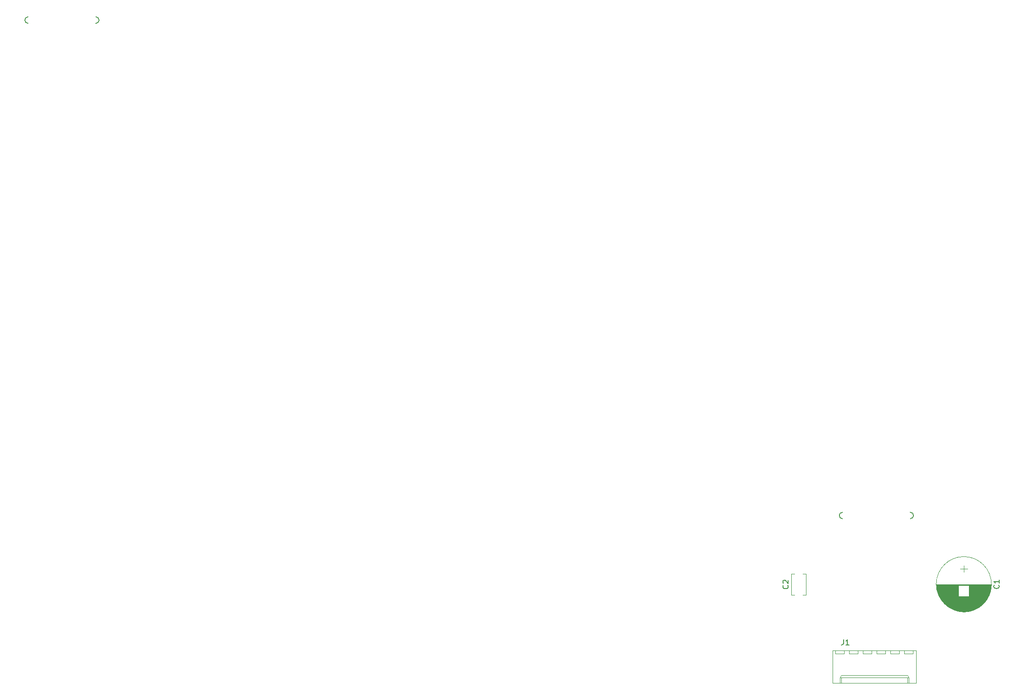
<source format=gbr>
G04 #@! TF.FileFunction,Legend,Top*
%FSLAX46Y46*%
G04 Gerber Fmt 4.6, Leading zero omitted, Abs format (unit mm)*
G04 Created by KiCad (PCBNEW 4.0.6) date 07/10/17 20:43:29*
%MOMM*%
%LPD*%
G01*
G04 APERTURE LIST*
%ADD10C,0.100000*%
%ADD11C,0.150000*%
%ADD12C,0.120000*%
G04 APERTURE END LIST*
D10*
D11*
X6250000Y-600000D02*
G75*
G03X6850000Y0I0J600000D01*
G01*
X6250000Y600000D02*
G75*
G02X6850000Y0I0J-600000D01*
G01*
X-6250000Y600000D02*
G75*
G03X-6850000Y0I0J-600000D01*
G01*
X-6250000Y-600000D02*
G75*
G02X-6850000Y0I0J600000D01*
G01*
D12*
X171420000Y-104120000D02*
X161320000Y-104120000D01*
X171420000Y-104160000D02*
X161320000Y-104160000D01*
X171420000Y-104200000D02*
X161320000Y-104200000D01*
X171419000Y-104240000D02*
X161321000Y-104240000D01*
X171418000Y-104280000D02*
X161322000Y-104280000D01*
X171417000Y-104320000D02*
X161323000Y-104320000D01*
X171415000Y-104360000D02*
X161325000Y-104360000D01*
X171413000Y-104400000D02*
X167350000Y-104400000D01*
X165390000Y-104400000D02*
X161327000Y-104400000D01*
X171410000Y-104440000D02*
X167350000Y-104440000D01*
X165390000Y-104440000D02*
X161330000Y-104440000D01*
X171408000Y-104480000D02*
X167350000Y-104480000D01*
X165390000Y-104480000D02*
X161332000Y-104480000D01*
X171405000Y-104520000D02*
X167350000Y-104520000D01*
X165390000Y-104520000D02*
X161335000Y-104520000D01*
X171401000Y-104560000D02*
X167350000Y-104560000D01*
X165390000Y-104560000D02*
X161339000Y-104560000D01*
X171398000Y-104600000D02*
X167350000Y-104600000D01*
X165390000Y-104600000D02*
X161342000Y-104600000D01*
X171394000Y-104640000D02*
X167350000Y-104640000D01*
X165390000Y-104640000D02*
X161346000Y-104640000D01*
X171390000Y-104680000D02*
X167350000Y-104680000D01*
X165390000Y-104680000D02*
X161350000Y-104680000D01*
X171385000Y-104720000D02*
X167350000Y-104720000D01*
X165390000Y-104720000D02*
X161355000Y-104720000D01*
X171380000Y-104760000D02*
X167350000Y-104760000D01*
X165390000Y-104760000D02*
X161360000Y-104760000D01*
X171375000Y-104800000D02*
X167350000Y-104800000D01*
X165390000Y-104800000D02*
X161365000Y-104800000D01*
X171369000Y-104841000D02*
X167350000Y-104841000D01*
X165390000Y-104841000D02*
X161371000Y-104841000D01*
X171363000Y-104881000D02*
X167350000Y-104881000D01*
X165390000Y-104881000D02*
X161377000Y-104881000D01*
X171357000Y-104921000D02*
X167350000Y-104921000D01*
X165390000Y-104921000D02*
X161383000Y-104921000D01*
X171351000Y-104961000D02*
X167350000Y-104961000D01*
X165390000Y-104961000D02*
X161389000Y-104961000D01*
X171344000Y-105001000D02*
X167350000Y-105001000D01*
X165390000Y-105001000D02*
X161396000Y-105001000D01*
X171337000Y-105041000D02*
X167350000Y-105041000D01*
X165390000Y-105041000D02*
X161403000Y-105041000D01*
X171329000Y-105081000D02*
X167350000Y-105081000D01*
X165390000Y-105081000D02*
X161411000Y-105081000D01*
X171321000Y-105121000D02*
X167350000Y-105121000D01*
X165390000Y-105121000D02*
X161419000Y-105121000D01*
X171313000Y-105161000D02*
X167350000Y-105161000D01*
X165390000Y-105161000D02*
X161427000Y-105161000D01*
X171305000Y-105201000D02*
X167350000Y-105201000D01*
X165390000Y-105201000D02*
X161435000Y-105201000D01*
X171296000Y-105241000D02*
X167350000Y-105241000D01*
X165390000Y-105241000D02*
X161444000Y-105241000D01*
X171287000Y-105281000D02*
X167350000Y-105281000D01*
X165390000Y-105281000D02*
X161453000Y-105281000D01*
X171277000Y-105321000D02*
X167350000Y-105321000D01*
X165390000Y-105321000D02*
X161463000Y-105321000D01*
X171267000Y-105361000D02*
X167350000Y-105361000D01*
X165390000Y-105361000D02*
X161473000Y-105361000D01*
X171257000Y-105401000D02*
X167350000Y-105401000D01*
X165390000Y-105401000D02*
X161483000Y-105401000D01*
X171246000Y-105441000D02*
X167350000Y-105441000D01*
X165390000Y-105441000D02*
X161494000Y-105441000D01*
X171235000Y-105481000D02*
X167350000Y-105481000D01*
X165390000Y-105481000D02*
X161505000Y-105481000D01*
X171224000Y-105521000D02*
X167350000Y-105521000D01*
X165390000Y-105521000D02*
X161516000Y-105521000D01*
X171213000Y-105561000D02*
X167350000Y-105561000D01*
X165390000Y-105561000D02*
X161527000Y-105561000D01*
X171201000Y-105601000D02*
X167350000Y-105601000D01*
X165390000Y-105601000D02*
X161539000Y-105601000D01*
X171188000Y-105641000D02*
X167350000Y-105641000D01*
X165390000Y-105641000D02*
X161552000Y-105641000D01*
X171176000Y-105681000D02*
X167350000Y-105681000D01*
X165390000Y-105681000D02*
X161564000Y-105681000D01*
X171162000Y-105721000D02*
X167350000Y-105721000D01*
X165390000Y-105721000D02*
X161578000Y-105721000D01*
X171149000Y-105761000D02*
X167350000Y-105761000D01*
X165390000Y-105761000D02*
X161591000Y-105761000D01*
X171135000Y-105801000D02*
X167350000Y-105801000D01*
X165390000Y-105801000D02*
X161605000Y-105801000D01*
X171121000Y-105841000D02*
X167350000Y-105841000D01*
X165390000Y-105841000D02*
X161619000Y-105841000D01*
X171107000Y-105881000D02*
X167350000Y-105881000D01*
X165390000Y-105881000D02*
X161633000Y-105881000D01*
X171092000Y-105921000D02*
X167350000Y-105921000D01*
X165390000Y-105921000D02*
X161648000Y-105921000D01*
X171076000Y-105961000D02*
X167350000Y-105961000D01*
X165390000Y-105961000D02*
X161664000Y-105961000D01*
X171061000Y-106001000D02*
X167350000Y-106001000D01*
X165390000Y-106001000D02*
X161679000Y-106001000D01*
X171044000Y-106041000D02*
X167350000Y-106041000D01*
X165390000Y-106041000D02*
X161696000Y-106041000D01*
X171028000Y-106081000D02*
X167350000Y-106081000D01*
X165390000Y-106081000D02*
X161712000Y-106081000D01*
X171011000Y-106121000D02*
X167350000Y-106121000D01*
X165390000Y-106121000D02*
X161729000Y-106121000D01*
X170994000Y-106161000D02*
X167350000Y-106161000D01*
X165390000Y-106161000D02*
X161746000Y-106161000D01*
X170976000Y-106201000D02*
X167350000Y-106201000D01*
X165390000Y-106201000D02*
X161764000Y-106201000D01*
X170958000Y-106241000D02*
X167350000Y-106241000D01*
X165390000Y-106241000D02*
X161782000Y-106241000D01*
X170939000Y-106281000D02*
X167350000Y-106281000D01*
X165390000Y-106281000D02*
X161801000Y-106281000D01*
X170920000Y-106321000D02*
X167350000Y-106321000D01*
X165390000Y-106321000D02*
X161820000Y-106321000D01*
X170901000Y-106361000D02*
X161839000Y-106361000D01*
X170881000Y-106401000D02*
X161859000Y-106401000D01*
X170861000Y-106441000D02*
X161879000Y-106441000D01*
X170840000Y-106481000D02*
X161900000Y-106481000D01*
X170819000Y-106521000D02*
X161921000Y-106521000D01*
X170798000Y-106561000D02*
X161942000Y-106561000D01*
X170775000Y-106601000D02*
X161965000Y-106601000D01*
X170753000Y-106641000D02*
X161987000Y-106641000D01*
X170730000Y-106681000D02*
X162010000Y-106681000D01*
X170706000Y-106721000D02*
X162034000Y-106721000D01*
X170682000Y-106761000D02*
X162058000Y-106761000D01*
X170658000Y-106801000D02*
X162082000Y-106801000D01*
X170633000Y-106841000D02*
X162107000Y-106841000D01*
X170607000Y-106881000D02*
X162133000Y-106881000D01*
X170581000Y-106921000D02*
X162159000Y-106921000D01*
X170555000Y-106961000D02*
X162185000Y-106961000D01*
X170527000Y-107001000D02*
X162213000Y-107001000D01*
X170500000Y-107041000D02*
X162240000Y-107041000D01*
X170471000Y-107081000D02*
X162269000Y-107081000D01*
X170442000Y-107121000D02*
X162298000Y-107121000D01*
X170413000Y-107161000D02*
X162327000Y-107161000D01*
X170383000Y-107201000D02*
X162357000Y-107201000D01*
X170352000Y-107241000D02*
X162388000Y-107241000D01*
X170321000Y-107281000D02*
X162419000Y-107281000D01*
X170289000Y-107321000D02*
X162451000Y-107321000D01*
X170256000Y-107361000D02*
X162484000Y-107361000D01*
X170223000Y-107401000D02*
X162517000Y-107401000D01*
X170189000Y-107441000D02*
X162551000Y-107441000D01*
X170154000Y-107481000D02*
X162586000Y-107481000D01*
X170118000Y-107521000D02*
X162622000Y-107521000D01*
X170082000Y-107561000D02*
X162658000Y-107561000D01*
X170045000Y-107601000D02*
X162695000Y-107601000D01*
X170007000Y-107641000D02*
X162733000Y-107641000D01*
X169968000Y-107681000D02*
X162772000Y-107681000D01*
X169929000Y-107721000D02*
X162811000Y-107721000D01*
X169888000Y-107761000D02*
X162852000Y-107761000D01*
X169847000Y-107801000D02*
X162893000Y-107801000D01*
X169805000Y-107841000D02*
X162935000Y-107841000D01*
X169761000Y-107881000D02*
X162979000Y-107881000D01*
X169717000Y-107921000D02*
X163023000Y-107921000D01*
X169672000Y-107961000D02*
X163068000Y-107961000D01*
X169625000Y-108001000D02*
X163115000Y-108001000D01*
X169577000Y-108041000D02*
X163163000Y-108041000D01*
X169528000Y-108081000D02*
X163212000Y-108081000D01*
X169478000Y-108121000D02*
X163262000Y-108121000D01*
X169427000Y-108161000D02*
X163313000Y-108161000D01*
X169374000Y-108201000D02*
X163366000Y-108201000D01*
X169319000Y-108241000D02*
X163421000Y-108241000D01*
X169264000Y-108281000D02*
X163476000Y-108281000D01*
X169206000Y-108321000D02*
X163534000Y-108321000D01*
X169147000Y-108361000D02*
X163593000Y-108361000D01*
X169085000Y-108401000D02*
X163655000Y-108401000D01*
X169022000Y-108441000D02*
X163718000Y-108441000D01*
X168957000Y-108481000D02*
X163783000Y-108481000D01*
X168889000Y-108521000D02*
X163851000Y-108521000D01*
X168819000Y-108561000D02*
X163921000Y-108561000D01*
X168747000Y-108601000D02*
X163993000Y-108601000D01*
X168671000Y-108641000D02*
X164069000Y-108641000D01*
X168592000Y-108681000D02*
X164148000Y-108681000D01*
X168510000Y-108721000D02*
X164230000Y-108721000D01*
X168423000Y-108761000D02*
X164317000Y-108761000D01*
X168332000Y-108801000D02*
X164408000Y-108801000D01*
X168236000Y-108841000D02*
X164504000Y-108841000D01*
X168133000Y-108881000D02*
X164607000Y-108881000D01*
X168024000Y-108921000D02*
X164716000Y-108921000D01*
X167906000Y-108961000D02*
X164834000Y-108961000D01*
X167777000Y-109001000D02*
X164963000Y-109001000D01*
X167635000Y-109041000D02*
X165105000Y-109041000D01*
X167474000Y-109081000D02*
X165266000Y-109081000D01*
X167283000Y-109121000D02*
X165457000Y-109121000D01*
X167042000Y-109161000D02*
X165698000Y-109161000D01*
X166649000Y-109201000D02*
X166091000Y-109201000D01*
X166370000Y-100670000D02*
X166370000Y-101870000D01*
X167020000Y-101270000D02*
X165720000Y-101270000D01*
X171460000Y-104120000D02*
G75*
G03X171460000Y-104120000I-5090000J0D01*
G01*
X134530000Y-106120000D02*
X134530000Y-102200000D01*
X137250000Y-106120000D02*
X137250000Y-102200000D01*
X134530000Y-106120000D02*
X135140000Y-106120000D01*
X136640000Y-106120000D02*
X137250000Y-106120000D01*
X134530000Y-102200000D02*
X135140000Y-102200000D01*
X136640000Y-102200000D02*
X137250000Y-102200000D01*
X142140000Y-116360000D02*
X142140000Y-122360000D01*
X142140000Y-122360000D02*
X157580000Y-122360000D01*
X157580000Y-122360000D02*
X157580000Y-116360000D01*
X157580000Y-116360000D02*
X142140000Y-116360000D01*
X143510000Y-122360000D02*
X143510000Y-121360000D01*
X143510000Y-121360000D02*
X156210000Y-121360000D01*
X156210000Y-121360000D02*
X156210000Y-122360000D01*
X143510000Y-121360000D02*
X143760000Y-120930000D01*
X143760000Y-120930000D02*
X155960000Y-120930000D01*
X155960000Y-120930000D02*
X156210000Y-121360000D01*
X143760000Y-122360000D02*
X143760000Y-121360000D01*
X155960000Y-122360000D02*
X155960000Y-121360000D01*
X142710000Y-116360000D02*
X142710000Y-116980000D01*
X142710000Y-116980000D02*
X144310000Y-116980000D01*
X144310000Y-116980000D02*
X144310000Y-116360000D01*
X145250000Y-116360000D02*
X145250000Y-116980000D01*
X145250000Y-116980000D02*
X146850000Y-116980000D01*
X146850000Y-116980000D02*
X146850000Y-116360000D01*
X147790000Y-116360000D02*
X147790000Y-116980000D01*
X147790000Y-116980000D02*
X149390000Y-116980000D01*
X149390000Y-116980000D02*
X149390000Y-116360000D01*
X150330000Y-116360000D02*
X150330000Y-116980000D01*
X150330000Y-116980000D02*
X151930000Y-116980000D01*
X151930000Y-116980000D02*
X151930000Y-116360000D01*
X152870000Y-116360000D02*
X152870000Y-116980000D01*
X152870000Y-116980000D02*
X154470000Y-116980000D01*
X154470000Y-116980000D02*
X154470000Y-116360000D01*
X155410000Y-116360000D02*
X155410000Y-116980000D01*
X155410000Y-116980000D02*
X157010000Y-116980000D01*
X157010000Y-116980000D02*
X157010000Y-116360000D01*
D11*
X156491000Y-92040000D02*
G75*
G03X157091000Y-91440000I0J600000D01*
G01*
X156491000Y-90840000D02*
G75*
G02X157091000Y-91440000I0J-600000D01*
G01*
X143991000Y-90840000D02*
G75*
G03X143391000Y-91440000I0J-600000D01*
G01*
X143991000Y-92040000D02*
G75*
G02X143391000Y-91440000I0J600000D01*
G01*
X172787143Y-104286666D02*
X172834762Y-104334285D01*
X172882381Y-104477142D01*
X172882381Y-104572380D01*
X172834762Y-104715238D01*
X172739524Y-104810476D01*
X172644286Y-104858095D01*
X172453810Y-104905714D01*
X172310952Y-104905714D01*
X172120476Y-104858095D01*
X172025238Y-104810476D01*
X171930000Y-104715238D01*
X171882381Y-104572380D01*
X171882381Y-104477142D01*
X171930000Y-104334285D01*
X171977619Y-104286666D01*
X172882381Y-103334285D02*
X172882381Y-103905714D01*
X172882381Y-103620000D02*
X171882381Y-103620000D01*
X172025238Y-103715238D01*
X172120476Y-103810476D01*
X172168095Y-103905714D01*
X133887143Y-104326666D02*
X133934762Y-104374285D01*
X133982381Y-104517142D01*
X133982381Y-104612380D01*
X133934762Y-104755238D01*
X133839524Y-104850476D01*
X133744286Y-104898095D01*
X133553810Y-104945714D01*
X133410952Y-104945714D01*
X133220476Y-104898095D01*
X133125238Y-104850476D01*
X133030000Y-104755238D01*
X132982381Y-104612380D01*
X132982381Y-104517142D01*
X133030000Y-104374285D01*
X133077619Y-104326666D01*
X133077619Y-103945714D02*
X133030000Y-103898095D01*
X132982381Y-103802857D01*
X132982381Y-103564761D01*
X133030000Y-103469523D01*
X133077619Y-103421904D01*
X133172857Y-103374285D01*
X133268095Y-103374285D01*
X133410952Y-103421904D01*
X133982381Y-103993333D01*
X133982381Y-103374285D01*
X144176667Y-114332381D02*
X144176667Y-115046667D01*
X144129047Y-115189524D01*
X144033809Y-115284762D01*
X143890952Y-115332381D01*
X143795714Y-115332381D01*
X145176667Y-115332381D02*
X144605238Y-115332381D01*
X144890952Y-115332381D02*
X144890952Y-114332381D01*
X144795714Y-114475238D01*
X144700476Y-114570476D01*
X144605238Y-114618095D01*
M02*

</source>
